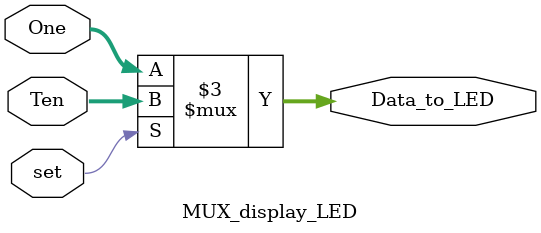
<source format=v>


module MUX_display_LED(
input [3:0] One,
input [3:0] Ten,
output reg [3:0] Data_to_LED,
input set
);

always @(*)
begin
if (set)
Data_to_LED [3:0] <= Ten [3:0];
else
Data_to_LED [3:0] <= One [3:0];
end
endmodule

</source>
